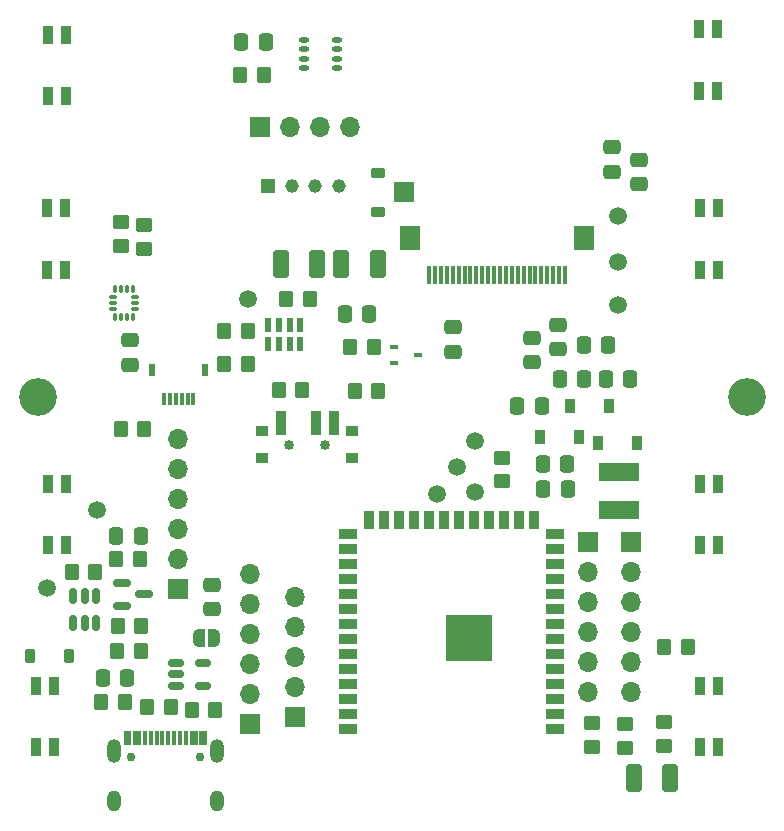
<source format=gts>
G04 #@! TF.GenerationSoftware,KiCad,Pcbnew,(7.0.0)*
G04 #@! TF.CreationDate,2023-03-08T22:05:44+01:00*
G04 #@! TF.ProjectId,S3-27-epaper-touch,53332d32-372d-4657-9061-7065722d746f,rev?*
G04 #@! TF.SameCoordinates,Original*
G04 #@! TF.FileFunction,Soldermask,Top*
G04 #@! TF.FilePolarity,Negative*
%FSLAX46Y46*%
G04 Gerber Fmt 4.6, Leading zero omitted, Abs format (unit mm)*
G04 Created by KiCad (PCBNEW (7.0.0)) date 2023-03-08 22:05:44*
%MOMM*%
%LPD*%
G01*
G04 APERTURE LIST*
G04 Aperture macros list*
%AMRoundRect*
0 Rectangle with rounded corners*
0 $1 Rounding radius*
0 $2 $3 $4 $5 $6 $7 $8 $9 X,Y pos of 4 corners*
0 Add a 4 corners polygon primitive as box body*
4,1,4,$2,$3,$4,$5,$6,$7,$8,$9,$2,$3,0*
0 Add four circle primitives for the rounded corners*
1,1,$1+$1,$2,$3*
1,1,$1+$1,$4,$5*
1,1,$1+$1,$6,$7*
1,1,$1+$1,$8,$9*
0 Add four rect primitives between the rounded corners*
20,1,$1+$1,$2,$3,$4,$5,0*
20,1,$1+$1,$4,$5,$6,$7,0*
20,1,$1+$1,$6,$7,$8,$9,0*
20,1,$1+$1,$8,$9,$2,$3,0*%
%AMFreePoly0*
4,1,19,0.500000,-0.750000,0.000000,-0.750000,0.000000,-0.744911,-0.071157,-0.744911,-0.207708,-0.704816,-0.327430,-0.627875,-0.420627,-0.520320,-0.479746,-0.390866,-0.500000,-0.250000,-0.500000,0.250000,-0.479746,0.390866,-0.420627,0.520320,-0.327430,0.627875,-0.207708,0.704816,-0.071157,0.744911,0.000000,0.744911,0.000000,0.750000,0.500000,0.750000,0.500000,-0.750000,0.500000,-0.750000,
$1*%
%AMFreePoly1*
4,1,19,0.000000,0.744911,0.071157,0.744911,0.207708,0.704816,0.327430,0.627875,0.420627,0.520320,0.479746,0.390866,0.500000,0.250000,0.500000,-0.250000,0.479746,-0.390866,0.420627,-0.520320,0.327430,-0.627875,0.207708,-0.704816,0.071157,-0.744911,0.000000,-0.744911,0.000000,-0.750000,-0.500000,-0.750000,-0.500000,0.750000,0.000000,0.750000,0.000000,0.744911,0.000000,0.744911,
$1*%
G04 Aperture macros list end*
%ADD10C,1.500000*%
%ADD11C,0.750000*%
%ADD12O,1.200000X2.000000*%
%ADD13O,1.200000X1.800000*%
%ADD14R,0.300000X1.300000*%
%ADD15RoundRect,0.250000X-0.350000X-0.450000X0.350000X-0.450000X0.350000X0.450000X-0.350000X0.450000X0*%
%ADD16RoundRect,0.250000X-0.450000X0.350000X-0.450000X-0.350000X0.450000X-0.350000X0.450000X0.350000X0*%
%ADD17RoundRect,0.225000X0.375000X-0.225000X0.375000X0.225000X-0.375000X0.225000X-0.375000X-0.225000X0*%
%ADD18RoundRect,0.250000X0.350000X0.450000X-0.350000X0.450000X-0.350000X-0.450000X0.350000X-0.450000X0*%
%ADD19RoundRect,0.250000X-0.337500X-0.475000X0.337500X-0.475000X0.337500X0.475000X-0.337500X0.475000X0*%
%ADD20R,1.700000X1.700000*%
%ADD21O,1.700000X1.700000*%
%ADD22RoundRect,0.250000X0.475000X-0.337500X0.475000X0.337500X-0.475000X0.337500X-0.475000X-0.337500X0*%
%ADD23R,0.500000X1.200000*%
%ADD24RoundRect,0.250000X0.337500X0.475000X-0.337500X0.475000X-0.337500X-0.475000X0.337500X-0.475000X0*%
%ADD25RoundRect,0.250000X0.450000X-0.350000X0.450000X0.350000X-0.450000X0.350000X-0.450000X-0.350000X0*%
%ADD26RoundRect,0.250000X0.412500X0.925000X-0.412500X0.925000X-0.412500X-0.925000X0.412500X-0.925000X0*%
%ADD27RoundRect,0.250000X-0.475000X0.337500X-0.475000X-0.337500X0.475000X-0.337500X0.475000X0.337500X0*%
%ADD28C,3.200000*%
%ADD29C,0.850000*%
%ADD30R,0.900000X2.000000*%
%ADD31R,1.100000X0.930000*%
%ADD32RoundRect,0.150000X-0.587500X-0.150000X0.587500X-0.150000X0.587500X0.150000X-0.587500X0.150000X0*%
%ADD33R,0.300000X1.500000*%
%ADD34R,1.800000X2.000000*%
%ADD35FreePoly0,0.000000*%
%ADD36FreePoly1,0.000000*%
%ADD37R,0.900000X1.200000*%
%ADD38RoundRect,0.150000X-0.512500X-0.150000X0.512500X-0.150000X0.512500X0.150000X-0.512500X0.150000X0*%
%ADD39RoundRect,0.250000X-0.412500X-0.925000X0.412500X-0.925000X0.412500X0.925000X-0.412500X0.925000X0*%
%ADD40RoundRect,0.150000X0.150000X-0.512500X0.150000X0.512500X-0.150000X0.512500X-0.150000X-0.512500X0*%
%ADD41R,0.300000X1.000000*%
%ADD42R,0.600000X1.000000*%
%ADD43RoundRect,0.225000X-0.225000X-0.375000X0.225000X-0.375000X0.225000X0.375000X-0.225000X0.375000X0*%
%ADD44R,1.500000X0.900000*%
%ADD45R,0.900000X1.500000*%
%ADD46C,0.600000*%
%ADD47R,3.900000X3.900000*%
%ADD48RoundRect,0.087500X-0.087500X0.225000X-0.087500X-0.225000X0.087500X-0.225000X0.087500X0.225000X0*%
%ADD49RoundRect,0.087500X-0.225000X0.087500X-0.225000X-0.087500X0.225000X-0.087500X0.225000X0.087500X0*%
%ADD50R,1.150000X1.150000*%
%ADD51C,1.150000*%
%ADD52R,0.700000X0.450000*%
%ADD53R,3.500000X1.600000*%
%ADD54O,0.900000X0.448000*%
%ADD55RoundRect,0.082000X0.328000X0.718000X-0.328000X0.718000X-0.328000X-0.718000X0.328000X-0.718000X0*%
%ADD56RoundRect,0.082000X-0.328000X-0.718000X0.328000X-0.718000X0.328000X0.718000X-0.328000X0.718000X0*%
G04 APERTURE END LIST*
D10*
X156550000Y-82300000D03*
D11*
X115375000Y-120534000D03*
X121175000Y-120534000D03*
D12*
X113949999Y-120033999D03*
D13*
X113949999Y-124233999D03*
D12*
X122599999Y-120033999D03*
D13*
X122599999Y-124233999D03*
D14*
X114924999Y-118965999D03*
X115724999Y-118965999D03*
X117024999Y-118965999D03*
X118024999Y-118965999D03*
X118524999Y-118965999D03*
X119524999Y-118965999D03*
X120824999Y-118965999D03*
X121624999Y-118965999D03*
X121324999Y-118965999D03*
X120524999Y-118965999D03*
X120024999Y-118965999D03*
X119024999Y-118965999D03*
X117524999Y-118965999D03*
X116524999Y-118965999D03*
X116024999Y-118965999D03*
X115224999Y-118965999D03*
D15*
X110328200Y-104851200D03*
X112328200Y-104851200D03*
D16*
X146750000Y-95200000D03*
X146750000Y-97200000D03*
D17*
X136280000Y-74400000D03*
X136280000Y-71100000D03*
D18*
X114825000Y-115925000D03*
X112825000Y-115925000D03*
D19*
X133475000Y-83050000D03*
X135550000Y-83050000D03*
D10*
X125250000Y-81750000D03*
D20*
X126263399Y-67182999D03*
D21*
X128803399Y-67182999D03*
X131343399Y-67182999D03*
X133883399Y-67182999D03*
D16*
X157175200Y-117745000D03*
X157175200Y-119745000D03*
D15*
X114239800Y-109448600D03*
X116239800Y-109448600D03*
D22*
X149300000Y-87137500D03*
X149300000Y-85062500D03*
D16*
X160500000Y-117618000D03*
X160500000Y-119618000D03*
D23*
X126999999Y-85599999D03*
X127899999Y-85599999D03*
X128799999Y-85599999D03*
X129699999Y-85599999D03*
X129699999Y-83999999D03*
X128799999Y-83999999D03*
X127899999Y-83999999D03*
X126999999Y-83999999D03*
D24*
X152312500Y-95775000D03*
X150237500Y-95775000D03*
D25*
X116500000Y-77500000D03*
X116500000Y-75500000D03*
D19*
X124712500Y-60000000D03*
X126787500Y-60000000D03*
X155550000Y-88500000D03*
X157625000Y-88500000D03*
D15*
X127870000Y-89500000D03*
X129870000Y-89500000D03*
D26*
X131137500Y-78800000D03*
X128062500Y-78800000D03*
D24*
X155787500Y-85650000D03*
X153712500Y-85650000D03*
D27*
X158400000Y-69962500D03*
X158400000Y-72037500D03*
D15*
X134300000Y-89530000D03*
X136300000Y-89530000D03*
D10*
X143000000Y-96000000D03*
X156550000Y-74750000D03*
D28*
X107450000Y-90100000D03*
D10*
X144500000Y-93750000D03*
D22*
X156100000Y-71000000D03*
X156100000Y-68925000D03*
D29*
X128770000Y-94096000D03*
X131770000Y-94096000D03*
D30*
X128019999Y-92248999D03*
X131019999Y-92248999D03*
X132519999Y-92248999D03*
D31*
X134069999Y-92960999D03*
X134069999Y-95230999D03*
X126469999Y-95230999D03*
X126469999Y-92960999D03*
D32*
X114607100Y-105831600D03*
X114607100Y-107731600D03*
X116482100Y-106781600D03*
D15*
X114189000Y-111531400D03*
X116189000Y-111531400D03*
D19*
X112983100Y-113893600D03*
X115058100Y-113893600D03*
D20*
X119349999Y-106299999D03*
D21*
X119349999Y-103759999D03*
X119349999Y-101219999D03*
X119349999Y-98679999D03*
X119349999Y-96139999D03*
X119349999Y-93599999D03*
D10*
X108250000Y-106250000D03*
D18*
X126600000Y-62800000D03*
X124600000Y-62800000D03*
D33*
X152099999Y-79773999D03*
X151601999Y-79775999D03*
X151101999Y-79775999D03*
X150601999Y-79775999D03*
X150101999Y-79775999D03*
X149601999Y-79775999D03*
X149101999Y-79775999D03*
X148601999Y-79775999D03*
X148101999Y-79775999D03*
X147601999Y-79775999D03*
X147101999Y-79775999D03*
X146601999Y-79775999D03*
X146101999Y-79775999D03*
X145601999Y-79775999D03*
X145101999Y-79775999D03*
X144601999Y-79775999D03*
X144101999Y-79775999D03*
X143601999Y-79775999D03*
X143101999Y-79775999D03*
X142601999Y-79775999D03*
X142101999Y-79775999D03*
X141601999Y-79775999D03*
X141101999Y-79775999D03*
X140601999Y-79775999D03*
D34*
X153749999Y-76623999D03*
X138949999Y-76623999D03*
D10*
X141250000Y-98250000D03*
X144500000Y-98100000D03*
D35*
X121100000Y-110500000D03*
D36*
X122400000Y-110500000D03*
D19*
X114126100Y-101854000D03*
X116201100Y-101854000D03*
D24*
X153737500Y-88500000D03*
X151662500Y-88500000D03*
D16*
X114500000Y-75250000D03*
X114500000Y-77250000D03*
D37*
X155799999Y-90849999D03*
X152499999Y-90849999D03*
D15*
X160500000Y-111250000D03*
X162500000Y-111250000D03*
X123250000Y-84500000D03*
X125250000Y-84500000D03*
X114500000Y-92750000D03*
X116500000Y-92750000D03*
D22*
X122250000Y-108037500D03*
X122250000Y-105962500D03*
D10*
X112496600Y-99669600D03*
D38*
X119187500Y-112600000D03*
X119187500Y-113550000D03*
X119187500Y-114500000D03*
X121462500Y-114500000D03*
X121462500Y-112600000D03*
D39*
X157925000Y-122301000D03*
X161000000Y-122301000D03*
D40*
X110479800Y-109214500D03*
X111429800Y-109214500D03*
X112379800Y-109214500D03*
X112379800Y-106939500D03*
X111429800Y-106939500D03*
X110479800Y-106939500D03*
D18*
X135900000Y-85850000D03*
X133900000Y-85850000D03*
D41*
X118149999Y-90249999D03*
X118649999Y-90249999D03*
X119149999Y-90249999D03*
X119649999Y-90249999D03*
X120149999Y-90249999D03*
X120649999Y-90249999D03*
D42*
X121649999Y-87749999D03*
X117149999Y-87749999D03*
D15*
X120488200Y-116560600D03*
X122488200Y-116560600D03*
X128500000Y-81750000D03*
X130500000Y-81750000D03*
X116750000Y-116325000D03*
X118750000Y-116325000D03*
D43*
X106850000Y-112000000D03*
X110150000Y-112000000D03*
D22*
X115250000Y-87325000D03*
X115250000Y-85250000D03*
X142600000Y-86237500D03*
X142600000Y-84162500D03*
D20*
X125424999Y-117724999D03*
D21*
X125424999Y-115184999D03*
X125424999Y-112644999D03*
X125424999Y-110104999D03*
X125424999Y-107564999D03*
X125424999Y-105024999D03*
D44*
X151225999Y-118209999D03*
X151225999Y-116939999D03*
X151225999Y-115669999D03*
X151225999Y-114399999D03*
X151225999Y-113129999D03*
X151225999Y-111859999D03*
X151225999Y-110589999D03*
X151225999Y-109319999D03*
X151225999Y-108049999D03*
X151225999Y-106779999D03*
X151225999Y-105509999D03*
X151225999Y-104239999D03*
X151225999Y-102969999D03*
X151225999Y-101699999D03*
D45*
X149460999Y-100449999D03*
X148190999Y-100449999D03*
X146920999Y-100449999D03*
X145650999Y-100449999D03*
X144380999Y-100449999D03*
X143110999Y-100449999D03*
X141840999Y-100449999D03*
X140570999Y-100449999D03*
X139300999Y-100449999D03*
X138030999Y-100449999D03*
X136760999Y-100449999D03*
X135490999Y-100449999D03*
D44*
X133725999Y-101699999D03*
X133725999Y-102969999D03*
X133725999Y-104239999D03*
X133725999Y-105509999D03*
X133725999Y-106779999D03*
X133725999Y-108049999D03*
X133725999Y-109319999D03*
X133725999Y-110589999D03*
X133725999Y-111859999D03*
X133725999Y-113129999D03*
X133725999Y-114399999D03*
X133725999Y-115669999D03*
X133725999Y-116939999D03*
X133725999Y-118209999D03*
D46*
X145376000Y-111190000D03*
X145376000Y-109790000D03*
X144676000Y-111890000D03*
X144676000Y-110490000D03*
X144676000Y-109090000D03*
X143976000Y-111190000D03*
D47*
X143975999Y-110489999D03*
D46*
X143976000Y-109790000D03*
X143276000Y-111890000D03*
X143276000Y-110490000D03*
X143276000Y-109090000D03*
X142576000Y-111190000D03*
X142576000Y-109790000D03*
D48*
X115500000Y-80925000D03*
X115000000Y-80925000D03*
X114500000Y-80925000D03*
X114000000Y-80925000D03*
D49*
X113837500Y-81587500D03*
X113837500Y-82087500D03*
X113837500Y-82587500D03*
D48*
X114000000Y-83250000D03*
X114500000Y-83250000D03*
X115000000Y-83250000D03*
X115500000Y-83250000D03*
D49*
X115662500Y-82587500D03*
X115662500Y-82087500D03*
X115662500Y-81587500D03*
D20*
X154049999Y-102349999D03*
D21*
X154049999Y-104889999D03*
X154049999Y-107429999D03*
X154049999Y-109969999D03*
X154049999Y-112509999D03*
X154049999Y-115049999D03*
D50*
X126971500Y-72199999D03*
D51*
X128971502Y-72200000D03*
X130971501Y-72200000D03*
X132971502Y-72200000D03*
D37*
X149999999Y-93449999D03*
X153299999Y-93449999D03*
D15*
X114087400Y-103809800D03*
X116087400Y-103809800D03*
D24*
X150137500Y-90800000D03*
X148062500Y-90800000D03*
D20*
X157699999Y-102349999D03*
D21*
X157699999Y-104889999D03*
X157699999Y-107429999D03*
X157699999Y-109969999D03*
X157699999Y-112509999D03*
X157699999Y-115049999D03*
D39*
X133162500Y-78800000D03*
X136237500Y-78800000D03*
D10*
X156550000Y-78650000D03*
D52*
X137649999Y-85849999D03*
X137649999Y-87149999D03*
X139649999Y-86499999D03*
D24*
X152323800Y-97815400D03*
X150248800Y-97815400D03*
D15*
X123250000Y-87250000D03*
X125250000Y-87250000D03*
D53*
X156649999Y-96449999D03*
X156649999Y-99649999D03*
D20*
X129249999Y-117119999D03*
D21*
X129249999Y-114579999D03*
X129249999Y-112039999D03*
X129249999Y-109499999D03*
X129249999Y-106959999D03*
D37*
X158199999Y-93949999D03*
X154899999Y-93949999D03*
D54*
X132768799Y-59810799D03*
X132768799Y-60610799D03*
X132768799Y-61410799D03*
X132768799Y-62210799D03*
X129968799Y-62210799D03*
X129968799Y-61410799D03*
X129968799Y-60610799D03*
X129968799Y-59810799D03*
D28*
X167500000Y-90100000D03*
D22*
X151550000Y-86037500D03*
X151550000Y-83962500D03*
D25*
X154432000Y-119700000D03*
X154432000Y-117700000D03*
D55*
X165070001Y-119700000D03*
X163570001Y-119700000D03*
X163570001Y-114500000D03*
X165070001Y-114500000D03*
X165070001Y-102600000D03*
X163570001Y-102600000D03*
X163570001Y-97400000D03*
X165070001Y-97400000D03*
D56*
X108250000Y-74100000D03*
X109750000Y-74100000D03*
X109750000Y-79300000D03*
X108250000Y-79300000D03*
X108329999Y-97400000D03*
X109829999Y-97400000D03*
X109829999Y-102600000D03*
X108329999Y-102600000D03*
D20*
X138499999Y-72749999D03*
D55*
X165020001Y-79300000D03*
X163520001Y-79300000D03*
X163520001Y-74100000D03*
X165020001Y-74100000D03*
D56*
X107329999Y-114500000D03*
X108829999Y-114500000D03*
X108829999Y-119700000D03*
X107329999Y-119700000D03*
D55*
X164970001Y-64125000D03*
X163470001Y-64125000D03*
X163470001Y-58925000D03*
X164970001Y-58925000D03*
D56*
X108329999Y-59400000D03*
X109829999Y-59400000D03*
X109829999Y-64600000D03*
X108329999Y-64600000D03*
M02*

</source>
